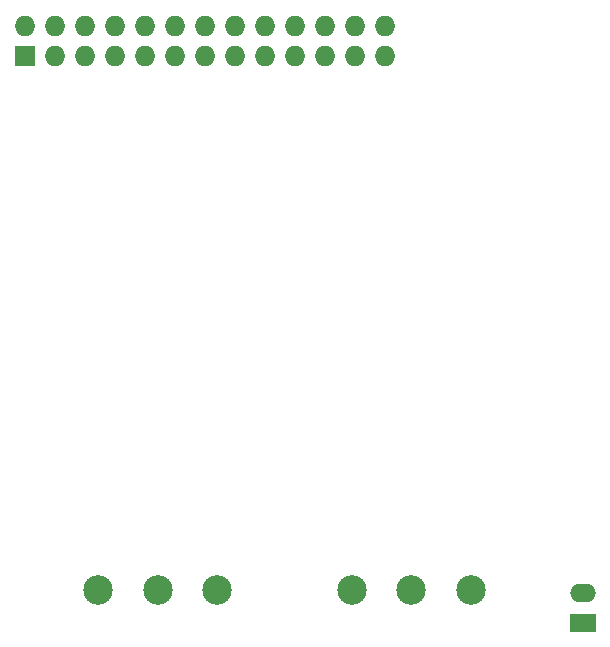
<source format=gbs>
G04 #@! TF.FileFunction,Soldermask,Bot*
%FSLAX46Y46*%
G04 Gerber Fmt 4.6, Leading zero omitted, Abs format (unit mm)*
G04 Created by KiCad (PCBNEW 4.0.7) date 10/10/18 21:00:25*
%MOMM*%
%LPD*%
G01*
G04 APERTURE LIST*
%ADD10C,0.150000*%
%ADD11R,1.727200X1.727200*%
%ADD12O,1.727200X1.727200*%
%ADD13C,2.500000*%
%ADD14R,2.199640X1.524000*%
%ADD15O,2.199640X1.524000*%
G04 APERTURE END LIST*
D10*
D11*
X145755360Y-130279140D03*
D12*
X145755360Y-127739140D03*
X148295360Y-130279140D03*
X148295360Y-127739140D03*
X150835360Y-130279140D03*
X150835360Y-127739140D03*
X153375360Y-130279140D03*
X153375360Y-127739140D03*
X155915360Y-130279140D03*
X155915360Y-127739140D03*
X158455360Y-130279140D03*
X158455360Y-127739140D03*
X160995360Y-130279140D03*
X160995360Y-127739140D03*
X163535360Y-130279140D03*
X163535360Y-127739140D03*
X166075360Y-130279140D03*
X166075360Y-127739140D03*
X168615360Y-130279140D03*
X168615360Y-127739140D03*
X171155360Y-130279140D03*
X171155360Y-127739140D03*
X173695360Y-130279140D03*
X173695360Y-127739140D03*
X176235360Y-130279140D03*
X176235360Y-127739140D03*
D13*
X162000000Y-175500000D03*
X152000000Y-175500000D03*
X157000000Y-175500000D03*
X183500000Y-175500000D03*
X173500000Y-175500000D03*
X178500000Y-175500000D03*
D14*
X193000000Y-178270000D03*
D15*
X193000000Y-175730000D03*
M02*

</source>
